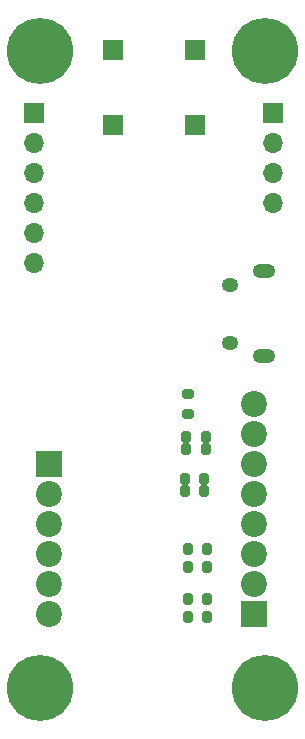
<source format=gbr>
%TF.GenerationSoftware,KiCad,Pcbnew,7.0.5*%
%TF.CreationDate,2023-12-09T18:35:52-08:00*%
%TF.ProjectId,Lyrav3,4c797261-7633-42e6-9b69-6361645f7063,rev?*%
%TF.SameCoordinates,Original*%
%TF.FileFunction,Copper,L4,Bot*%
%TF.FilePolarity,Positive*%
%FSLAX46Y46*%
G04 Gerber Fmt 4.6, Leading zero omitted, Abs format (unit mm)*
G04 Created by KiCad (PCBNEW 7.0.5) date 2023-12-09 18:35:52*
%MOMM*%
%LPD*%
G01*
G04 APERTURE LIST*
G04 Aperture macros list*
%AMRoundRect*
0 Rectangle with rounded corners*
0 $1 Rounding radius*
0 $2 $3 $4 $5 $6 $7 $8 $9 X,Y pos of 4 corners*
0 Add a 4 corners polygon primitive as box body*
4,1,4,$2,$3,$4,$5,$6,$7,$8,$9,$2,$3,0*
0 Add four circle primitives for the rounded corners*
1,1,$1+$1,$2,$3*
1,1,$1+$1,$4,$5*
1,1,$1+$1,$6,$7*
1,1,$1+$1,$8,$9*
0 Add four rect primitives between the rounded corners*
20,1,$1+$1,$2,$3,$4,$5,0*
20,1,$1+$1,$4,$5,$6,$7,0*
20,1,$1+$1,$6,$7,$8,$9,0*
20,1,$1+$1,$8,$9,$2,$3,0*%
G04 Aperture macros list end*
%TA.AperFunction,SMDPad,CuDef*%
%ADD10RoundRect,0.200000X0.200000X0.275000X-0.200000X0.275000X-0.200000X-0.275000X0.200000X-0.275000X0*%
%TD*%
%TA.AperFunction,SMDPad,CuDef*%
%ADD11RoundRect,0.200000X-0.200000X-0.275000X0.200000X-0.275000X0.200000X0.275000X-0.200000X0.275000X0*%
%TD*%
%TA.AperFunction,SMDPad,CuDef*%
%ADD12RoundRect,0.200000X0.275000X-0.200000X0.275000X0.200000X-0.275000X0.200000X-0.275000X-0.200000X0*%
%TD*%
%TA.AperFunction,ComponentPad*%
%ADD13C,5.600000*%
%TD*%
%TA.AperFunction,ComponentPad*%
%ADD14R,1.700000X1.700000*%
%TD*%
%TA.AperFunction,ComponentPad*%
%ADD15O,1.700000X1.700000*%
%TD*%
%TA.AperFunction,ComponentPad*%
%ADD16R,2.200000X2.200000*%
%TD*%
%TA.AperFunction,ComponentPad*%
%ADD17C,2.200000*%
%TD*%
%TA.AperFunction,ComponentPad*%
%ADD18O,1.900000X1.200000*%
%TD*%
%TA.AperFunction,ComponentPad*%
%ADD19O,1.400000X1.200000*%
%TD*%
%TA.AperFunction,SMDPad,CuDef*%
%ADD20R,1.680000X1.680000*%
%TD*%
G04 APERTURE END LIST*
D10*
%TO.P,R25,1*%
%TO.N,/P4 CONT *%
X200723000Y-108458000D03*
%TO.P,R25,2*%
%TO.N,GND*%
X199073000Y-108458000D03*
%TD*%
%TO.P,R24,1*%
%TO.N,/P2 CONT *%
X200469000Y-98298000D03*
%TO.P,R24,2*%
%TO.N,GND*%
X198819000Y-98298000D03*
%TD*%
D11*
%TO.P,R23,1*%
%TO.N,Net-(Q3B-D)*%
X199073000Y-109982000D03*
%TO.P,R23,2*%
%TO.N,/P4 CONT *%
X200723000Y-109982000D03*
%TD*%
%TO.P,R21,2*%
%TO.N,/P2 CONT *%
X200469000Y-99314000D03*
%TO.P,R21,1*%
%TO.N,Net-(Q2B-D)*%
X198819000Y-99314000D03*
%TD*%
D10*
%TO.P,R13,1*%
%TO.N,/P3 CONT *%
X200723000Y-105791000D03*
%TO.P,R13,2*%
%TO.N,GND*%
X199073000Y-105791000D03*
%TD*%
%TO.P,R12,1*%
%TO.N,/P1 CONT *%
X200598000Y-95758000D03*
%TO.P,R12,2*%
%TO.N,GND*%
X198948000Y-95758000D03*
%TD*%
D11*
%TO.P,R11,1*%
%TO.N,Net-(Q3A-D)*%
X199073000Y-104267000D03*
%TO.P,R11,2*%
%TO.N,/P3 CONT *%
X200723000Y-104267000D03*
%TD*%
%TO.P,R10,1*%
%TO.N,Net-(Q2A-D)*%
X198948000Y-94742000D03*
%TO.P,R10,2*%
%TO.N,/P1 CONT *%
X200598000Y-94742000D03*
%TD*%
D12*
%TO.P,R2,1*%
%TO.N,Net-(LED1-+-Pad4)*%
X199136000Y-92774999D03*
%TO.P,R2,2*%
%TO.N,+3V3*%
X199136000Y-91124999D03*
%TD*%
D13*
%TO.P,H3,1,1*%
%TO.N,GND*%
X186600000Y-116025000D03*
%TD*%
D14*
%TO.P,J8,1,Pin_1*%
%TO.N,/BRKOUT4*%
X206273400Y-67320000D03*
D15*
%TO.P,J8,2,Pin_2*%
%TO.N,/BRKOUT3*%
X206273400Y-69860000D03*
%TO.P,J8,3,Pin_3*%
%TO.N,/BRKOUT2*%
X206273400Y-72400000D03*
%TO.P,J8,4,Pin_4*%
%TO.N,/BRKOUT1*%
X206273400Y-74940000D03*
%TD*%
D16*
%TO.P,J1,1,Pin_1*%
%TO.N,/P4-*%
X204724000Y-109728000D03*
D17*
%TO.P,J1,2,Pin_2*%
%TO.N,/PYRO PWR*%
X204724000Y-107188000D03*
%TO.P,J1,3,Pin_3*%
%TO.N,/P3-*%
X204724000Y-104648000D03*
%TO.P,J1,4,Pin_4*%
%TO.N,/PYRO PWR*%
X204724000Y-102108000D03*
%TO.P,J1,5,Pin_5*%
%TO.N,/P2-*%
X204724000Y-99568000D03*
%TO.P,J1,6,Pin_6*%
%TO.N,/PYRO PWR*%
X204724000Y-97028000D03*
%TO.P,J1,7,Pin_7*%
%TO.N,/P1-*%
X204724000Y-94488000D03*
%TO.P,J1,8,Pin_8*%
%TO.N,/PYRO PWR*%
X204724000Y-91948000D03*
%TD*%
D18*
%TO.P,J7,9*%
%TO.N,N/C*%
X205539000Y-80728000D03*
%TO.P,J7,8*%
X205539000Y-87928000D03*
D19*
%TO.P,J7,7*%
X202639000Y-86748000D03*
%TO.P,J7,6,Shield*%
%TO.N,unconnected-(J7-Shield-Pad6)*%
X202639000Y-81908000D03*
%TD*%
D13*
%TO.P,H1,1,1*%
%TO.N,GND*%
X186600000Y-62025000D03*
%TD*%
%TO.P,H2,1,1*%
%TO.N,GND*%
X205600000Y-62025000D03*
%TD*%
%TO.P,H4,1,1*%
%TO.N,GND*%
X205600000Y-116025000D03*
%TD*%
D16*
%TO.P,J2,1,Pin_1*%
%TO.N,/PYRO PWR*%
X187325000Y-97028000D03*
D17*
%TO.P,J2,2,Pin_2*%
%TO.N,+12P*%
X187325000Y-99568000D03*
%TO.P,J2,3,Pin_3*%
%TO.N,+12V*%
X187325000Y-102108000D03*
%TO.P,J2,4,Pin_4*%
%TO.N,+BATT*%
X187325000Y-104648000D03*
%TO.P,J2,5,Pin_5*%
%TO.N,GND*%
X187325000Y-107188000D03*
%TO.P,J2,6,Pin_6*%
%TO.N,+BATT*%
X187325000Y-109728000D03*
%TD*%
D14*
%TO.P,J6,1,Pin_1*%
%TO.N,/BRKOUT5*%
X186055000Y-67310000D03*
D15*
%TO.P,J6,2,Pin_2*%
%TO.N,/BRKOUT6*%
X186055000Y-69850000D03*
%TO.P,J6,3,Pin_3*%
%TO.N,/BRKOUT7*%
X186055000Y-72390000D03*
%TO.P,J6,4,Pin_4*%
%TO.N,+12VA*%
X186055000Y-74930000D03*
%TO.P,J6,5,Pin_5*%
%TO.N,+3V3*%
X186055000Y-77470000D03*
%TO.P,J6,6,Pin_6*%
%TO.N,GND*%
X186055000Y-80010000D03*
%TD*%
D20*
%TO.P,BUZZER1,1,+*%
%TO.N,/BUZZER*%
X192715000Y-68301000D03*
%TO.P,BUZZER1,2,-*%
%TO.N,GND*%
X192715000Y-62001000D03*
%TO.P,BUZZER1,3,3*%
X199715000Y-62001000D03*
%TO.P,BUZZER1,4,4*%
%TO.N,/BUZZER*%
X199715000Y-68301000D03*
%TD*%
M02*

</source>
